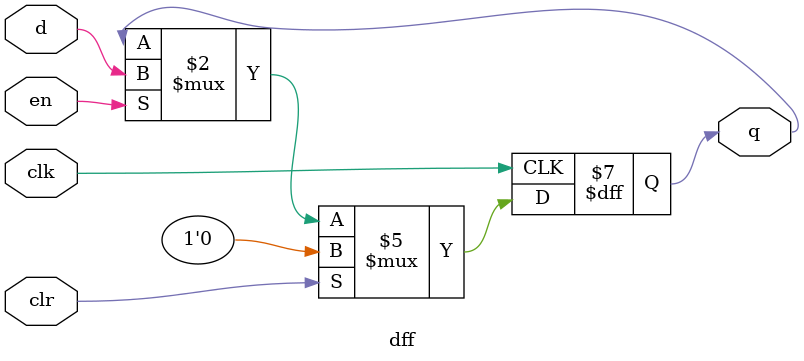
<source format=v>
module dff(
    input d,
    input en,
    input clr,
    input clk,
    output reg q
);

    always @(posedge clk) begin
        if (clr)
            q <= 0;
        else if (en)
            q <= d;
    end


endmodule

</source>
